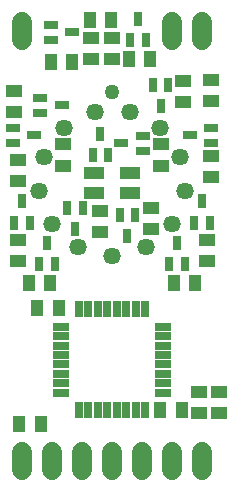
<source format=gts>
G75*
%MOIN*%
%OFA0B0*%
%FSLAX25Y25*%
%IPPOS*%
%LPD*%
%AMOC8*
5,1,8,0,0,1.08239X$1,22.5*
%
%ADD10C,0.05761*%
%ADD11R,0.05800X0.03000*%
%ADD12R,0.03000X0.05800*%
%ADD13C,0.06800*%
%ADD14R,0.02769X0.04737*%
%ADD15R,0.03950X0.05524*%
%ADD16R,0.05524X0.03950*%
%ADD17R,0.04737X0.02769*%
%ADD18R,0.06706X0.04343*%
%ADD19C,0.04956*%
D10*
X0029845Y0080360D03*
X0021114Y0088095D03*
X0016978Y0099001D03*
X0018384Y0110580D03*
X0025010Y0120180D03*
X0035338Y0125600D03*
X0047002Y0125600D03*
X0057330Y0120180D03*
X0063956Y0110580D03*
X0065362Y0099001D03*
X0061226Y0088095D03*
X0052495Y0080360D03*
X0041170Y0077569D03*
D11*
X0024270Y0053907D03*
X0024270Y0050757D03*
X0024270Y0047608D03*
X0024270Y0044458D03*
X0024270Y0041309D03*
X0024270Y0038159D03*
X0024270Y0035009D03*
X0024270Y0031860D03*
X0058070Y0031860D03*
X0058070Y0035009D03*
X0058070Y0038159D03*
X0058070Y0041309D03*
X0058070Y0044458D03*
X0058070Y0047608D03*
X0058070Y0050757D03*
X0058070Y0053907D03*
D12*
X0052194Y0059783D03*
X0049044Y0059783D03*
X0045894Y0059783D03*
X0042745Y0059783D03*
X0039595Y0059783D03*
X0036446Y0059783D03*
X0033296Y0059783D03*
X0030146Y0059783D03*
X0030146Y0025983D03*
X0033296Y0025983D03*
X0036446Y0025983D03*
X0039595Y0025983D03*
X0042745Y0025983D03*
X0045894Y0025983D03*
X0049044Y0025983D03*
X0052194Y0025983D03*
D13*
X0011170Y0012100D02*
X0011170Y0006100D01*
X0021170Y0006100D02*
X0021170Y0012100D01*
X0031170Y0012100D02*
X0031170Y0006100D01*
X0041170Y0006100D02*
X0041170Y0012100D01*
X0051170Y0012100D02*
X0051170Y0006100D01*
X0061170Y0006100D02*
X0061170Y0012100D01*
X0071170Y0012100D02*
X0071170Y0006100D01*
X0071170Y0149407D02*
X0071170Y0155407D01*
X0061170Y0155407D02*
X0061170Y0149407D01*
X0011170Y0149407D02*
X0011170Y0155407D01*
D14*
X0034741Y0110970D03*
X0037300Y0118057D03*
X0039859Y0110970D03*
X0031359Y0093557D03*
X0028800Y0086470D03*
X0026241Y0093557D03*
X0019517Y0081860D03*
X0022076Y0074773D03*
X0016957Y0074773D03*
X0013733Y0088553D03*
X0011174Y0095639D03*
X0008615Y0088553D03*
X0043741Y0091057D03*
X0046300Y0083970D03*
X0048859Y0091057D03*
X0060265Y0074773D03*
X0062824Y0081860D03*
X0065383Y0074773D03*
X0068607Y0088553D03*
X0071166Y0095639D03*
X0073725Y0088553D03*
X0057355Y0127470D03*
X0054796Y0134557D03*
X0059914Y0134557D03*
X0052359Y0149470D03*
X0049800Y0156557D03*
X0047241Y0149470D03*
D15*
X0046757Y0143013D03*
X0053843Y0143013D03*
X0040843Y0156013D03*
X0033757Y0156013D03*
X0027843Y0142013D03*
X0020757Y0142013D03*
X0020627Y0068521D03*
X0023343Y0060013D03*
X0016257Y0060013D03*
X0013540Y0068521D03*
X0010257Y0021513D03*
X0017343Y0021513D03*
X0057257Y0026013D03*
X0064343Y0026013D03*
X0061780Y0068506D03*
X0068867Y0068506D03*
D16*
X0072666Y0075773D03*
X0072666Y0082860D03*
X0074166Y0103832D03*
X0074166Y0110919D03*
X0074300Y0128970D03*
X0074300Y0136057D03*
X0064942Y0135801D03*
X0064942Y0128714D03*
X0057418Y0114643D03*
X0057418Y0107557D03*
X0054300Y0093557D03*
X0054300Y0086470D03*
X0037300Y0085470D03*
X0037300Y0092557D03*
X0024922Y0107557D03*
X0024922Y0114643D03*
X0034300Y0142970D03*
X0034300Y0150057D03*
X0041300Y0150057D03*
X0041300Y0142970D03*
X0009674Y0109419D03*
X0009674Y0102332D03*
X0009674Y0082860D03*
X0009674Y0075773D03*
X0008442Y0125466D03*
X0008442Y0132553D03*
X0070300Y0032057D03*
X0070300Y0024970D03*
X0076800Y0024970D03*
X0076800Y0032057D03*
D17*
X0051343Y0112454D03*
X0051343Y0117572D03*
X0044257Y0115013D03*
X0027843Y0152013D03*
X0020757Y0149454D03*
X0020757Y0154572D03*
X0017257Y0130257D03*
X0017257Y0125139D03*
X0015186Y0117687D03*
X0008099Y0120246D03*
X0008099Y0115128D03*
X0024343Y0127698D03*
X0067154Y0117687D03*
X0074241Y0120246D03*
X0074241Y0115128D03*
D18*
X0047272Y0105285D03*
X0047272Y0098592D03*
X0035068Y0098592D03*
X0035068Y0105285D03*
D19*
X0041300Y0132013D03*
M02*

</source>
